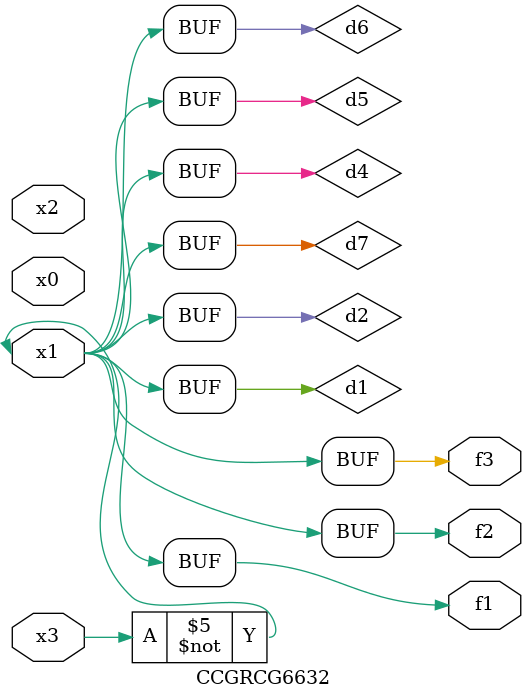
<source format=v>
module CCGRCG6632(
	input x0, x1, x2, x3,
	output f1, f2, f3
);

	wire d1, d2, d3, d4, d5, d6, d7;

	not (d1, x3);
	buf (d2, x1);
	xnor (d3, d1, d2);
	nor (d4, d1);
	buf (d5, d1, d2);
	buf (d6, d4, d5);
	nand (d7, d4);
	assign f1 = d6;
	assign f2 = d7;
	assign f3 = d6;
endmodule

</source>
